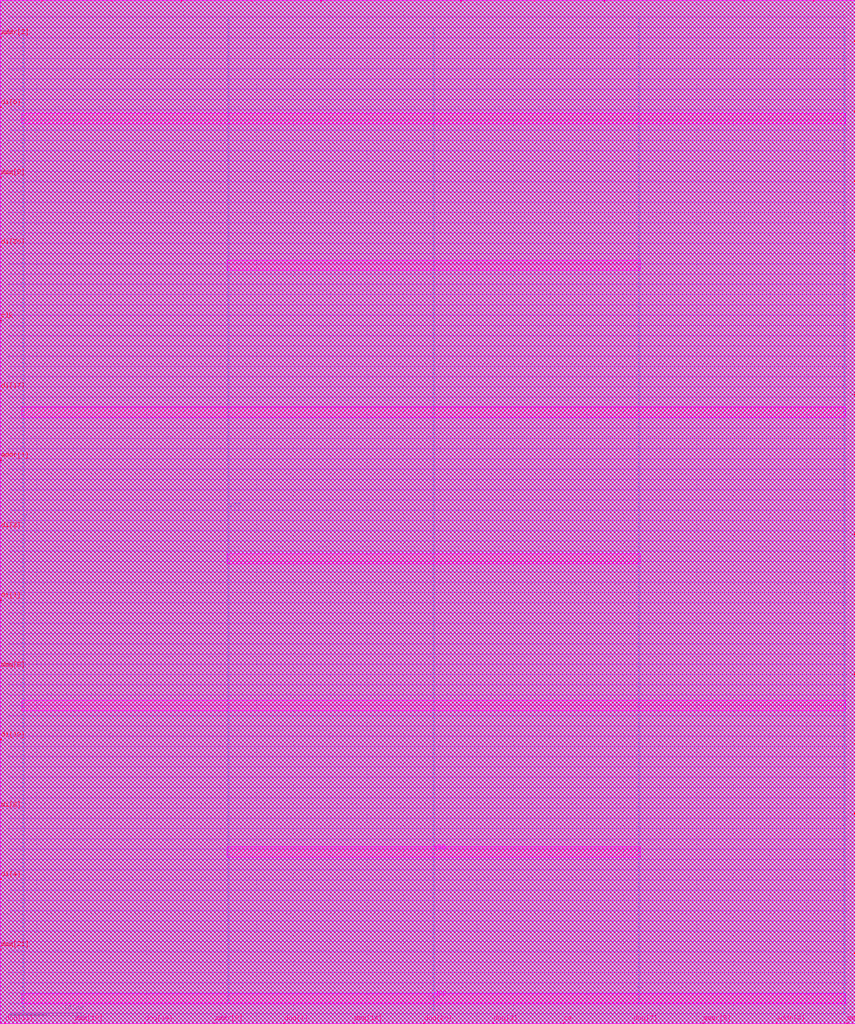
<source format=lef>
VERSION 5.8 ;
BUSBITCHARS "[]" ;
DIVIDERCHAR "/" ;
UNITS
    DATABASE MICRONS 2000 ;
END UNITS
MACRO or1200_spram3
  FOREIGN or1200_spram3 0 0 ;
  CLASS BLOCK ;
  SIZE 116.625 BY 139.55 ;
  PIN VSS
    USE GROUND ;
    DIRECTION INOUT ;
    PORT
      LAYER metal7 ;
        RECT  2.94 122.7 115.34 124.1 ;
        RECT  2.94 82.7 115.34 84.1 ;
        RECT  2.94 42.7 115.34 44.1 ;
        RECT  2.94 2.7 115.34 4.1 ;
      LAYER metal4 ;
        RECT  115.04 1.33 115.24 135.87 ;
        RECT  59.04 1.33 59.24 135.87 ;
        RECT  3.04 1.33 3.24 135.87 ;
      LAYER metal1 ;
        RECT  1.14 135.75 115.52 135.85 ;
        RECT  1.14 132.95 115.52 133.05 ;
        RECT  1.14 130.15 115.52 130.25 ;
        RECT  1.14 127.35 115.52 127.45 ;
        RECT  1.14 124.55 115.52 124.65 ;
        RECT  1.14 121.75 115.52 121.85 ;
        RECT  1.14 118.95 115.52 119.05 ;
        RECT  1.14 116.15 115.52 116.25 ;
        RECT  1.14 113.35 115.52 113.45 ;
        RECT  1.14 110.55 115.52 110.65 ;
        RECT  1.14 107.75 115.52 107.85 ;
        RECT  1.14 104.95 115.52 105.05 ;
        RECT  1.14 102.15 115.52 102.25 ;
        RECT  1.14 99.35 115.52 99.45 ;
        RECT  1.14 96.55 115.52 96.65 ;
        RECT  1.14 93.75 115.52 93.85 ;
        RECT  1.14 90.95 115.52 91.05 ;
        RECT  1.14 88.15 115.52 88.25 ;
        RECT  1.14 85.35 115.52 85.45 ;
        RECT  1.14 82.55 115.52 82.65 ;
        RECT  1.14 79.75 115.52 79.85 ;
        RECT  1.14 76.95 115.52 77.05 ;
        RECT  1.14 74.15 115.52 74.25 ;
        RECT  1.14 71.35 115.52 71.45 ;
        RECT  1.14 68.55 115.52 68.65 ;
        RECT  1.14 65.75 115.52 65.85 ;
        RECT  1.14 62.95 115.52 63.05 ;
        RECT  1.14 60.15 115.52 60.25 ;
        RECT  1.14 57.35 115.52 57.45 ;
        RECT  1.14 54.55 115.52 54.65 ;
        RECT  1.14 51.75 115.52 51.85 ;
        RECT  1.14 48.95 115.52 49.05 ;
        RECT  1.14 46.15 115.52 46.25 ;
        RECT  1.14 43.35 115.52 43.45 ;
        RECT  1.14 40.55 115.52 40.65 ;
        RECT  1.14 37.75 115.52 37.85 ;
        RECT  1.14 34.95 115.52 35.05 ;
        RECT  1.14 32.15 115.52 32.25 ;
        RECT  1.14 29.35 115.52 29.45 ;
        RECT  1.14 26.55 115.52 26.65 ;
        RECT  1.14 23.75 115.52 23.85 ;
        RECT  1.14 20.95 115.52 21.05 ;
        RECT  1.14 18.15 115.52 18.25 ;
        RECT  1.14 15.35 115.52 15.45 ;
        RECT  1.14 12.55 115.52 12.65 ;
        RECT  1.14 9.75 115.52 9.85 ;
        RECT  1.14 6.95 115.52 7.05 ;
        RECT  1.14 4.15 115.52 4.25 ;
        RECT  1.14 1.35 115.52 1.45 ;
      VIA 115.14 123.4 via6_7_400_2800_4_1_600_600 ;
      VIA 115.14 123.4 via5_6_400_2800_5_1_600_600 ;
      VIA 115.14 123.4 via4_5_400_2800_5_1_600_600 ;
      VIA 115.14 83.4 via6_7_400_2800_4_1_600_600 ;
      VIA 115.14 83.4 via5_6_400_2800_5_1_600_600 ;
      VIA 115.14 83.4 via4_5_400_2800_5_1_600_600 ;
      VIA 115.14 43.4 via6_7_400_2800_4_1_600_600 ;
      VIA 115.14 43.4 via5_6_400_2800_5_1_600_600 ;
      VIA 115.14 43.4 via4_5_400_2800_5_1_600_600 ;
      VIA 115.14 3.4 via6_7_400_2800_4_1_600_600 ;
      VIA 115.14 3.4 via5_6_400_2800_5_1_600_600 ;
      VIA 115.14 3.4 via4_5_400_2800_5_1_600_600 ;
      VIA 59.14 123.4 via6_7_400_2800_4_1_600_600 ;
      VIA 59.14 123.4 via5_6_400_2800_5_1_600_600 ;
      VIA 59.14 123.4 via4_5_400_2800_5_1_600_600 ;
      VIA 59.14 83.4 via6_7_400_2800_4_1_600_600 ;
      VIA 59.14 83.4 via5_6_400_2800_5_1_600_600 ;
      VIA 59.14 83.4 via4_5_400_2800_5_1_600_600 ;
      VIA 59.14 43.4 via6_7_400_2800_4_1_600_600 ;
      VIA 59.14 43.4 via5_6_400_2800_5_1_600_600 ;
      VIA 59.14 43.4 via4_5_400_2800_5_1_600_600 ;
      VIA 59.14 3.4 via6_7_400_2800_4_1_600_600 ;
      VIA 59.14 3.4 via5_6_400_2800_5_1_600_600 ;
      VIA 59.14 3.4 via4_5_400_2800_5_1_600_600 ;
      VIA 3.14 123.4 via6_7_400_2800_4_1_600_600 ;
      VIA 3.14 123.4 via5_6_400_2800_5_1_600_600 ;
      VIA 3.14 123.4 via4_5_400_2800_5_1_600_600 ;
      VIA 3.14 83.4 via6_7_400_2800_4_1_600_600 ;
      VIA 3.14 83.4 via5_6_400_2800_5_1_600_600 ;
      VIA 3.14 83.4 via4_5_400_2800_5_1_600_600 ;
      VIA 3.14 43.4 via6_7_400_2800_4_1_600_600 ;
      VIA 3.14 43.4 via5_6_400_2800_5_1_600_600 ;
      VIA 3.14 43.4 via4_5_400_2800_5_1_600_600 ;
      VIA 3.14 3.4 via6_7_400_2800_4_1_600_600 ;
      VIA 3.14 3.4 via5_6_400_2800_5_1_600_600 ;
      VIA 3.14 3.4 via4_5_400_2800_5_1_600_600 ;
      VIA 115.14 135.8 via3_4_400_200_1_1_320_320 ;
      VIA 115.14 135.8 via2_3_400_200_1_1_320_320 ;
      VIA 115.14 135.8 via1_2_400_200_1_1_300_300 ;
      VIA 115.14 133 via3_4_400_200_1_1_320_320 ;
      VIA 115.14 133 via2_3_400_200_1_1_320_320 ;
      VIA 115.14 133 via1_2_400_200_1_1_300_300 ;
      VIA 115.14 130.2 via3_4_400_200_1_1_320_320 ;
      VIA 115.14 130.2 via2_3_400_200_1_1_320_320 ;
      VIA 115.14 130.2 via1_2_400_200_1_1_300_300 ;
      VIA 115.14 127.4 via3_4_400_200_1_1_320_320 ;
      VIA 115.14 127.4 via2_3_400_200_1_1_320_320 ;
      VIA 115.14 127.4 via1_2_400_200_1_1_300_300 ;
      VIA 115.14 124.6 via3_4_400_200_1_1_320_320 ;
      VIA 115.14 124.6 via2_3_400_200_1_1_320_320 ;
      VIA 115.14 124.6 via1_2_400_200_1_1_300_300 ;
      VIA 115.14 121.8 via3_4_400_200_1_1_320_320 ;
      VIA 115.14 121.8 via2_3_400_200_1_1_320_320 ;
      VIA 115.14 121.8 via1_2_400_200_1_1_300_300 ;
      VIA 115.14 119 via3_4_400_200_1_1_320_320 ;
      VIA 115.14 119 via2_3_400_200_1_1_320_320 ;
      VIA 115.14 119 via1_2_400_200_1_1_300_300 ;
      VIA 115.14 116.2 via3_4_400_200_1_1_320_320 ;
      VIA 115.14 116.2 via2_3_400_200_1_1_320_320 ;
      VIA 115.14 116.2 via1_2_400_200_1_1_300_300 ;
      VIA 115.14 113.4 via3_4_400_200_1_1_320_320 ;
      VIA 115.14 113.4 via2_3_400_200_1_1_320_320 ;
      VIA 115.14 113.4 via1_2_400_200_1_1_300_300 ;
      VIA 115.14 110.6 via3_4_400_200_1_1_320_320 ;
      VIA 115.14 110.6 via2_3_400_200_1_1_320_320 ;
      VIA 115.14 110.6 via1_2_400_200_1_1_300_300 ;
      VIA 115.14 107.8 via3_4_400_200_1_1_320_320 ;
      VIA 115.14 107.8 via2_3_400_200_1_1_320_320 ;
      VIA 115.14 107.8 via1_2_400_200_1_1_300_300 ;
      VIA 115.14 105 via3_4_400_200_1_1_320_320 ;
      VIA 115.14 105 via2_3_400_200_1_1_320_320 ;
      VIA 115.14 105 via1_2_400_200_1_1_300_300 ;
      VIA 115.14 102.2 via3_4_400_200_1_1_320_320 ;
      VIA 115.14 102.2 via2_3_400_200_1_1_320_320 ;
      VIA 115.14 102.2 via1_2_400_200_1_1_300_300 ;
      VIA 115.14 99.4 via3_4_400_200_1_1_320_320 ;
      VIA 115.14 99.4 via2_3_400_200_1_1_320_320 ;
      VIA 115.14 99.4 via1_2_400_200_1_1_300_300 ;
      VIA 115.14 96.6 via3_4_400_200_1_1_320_320 ;
      VIA 115.14 96.6 via2_3_400_200_1_1_320_320 ;
      VIA 115.14 96.6 via1_2_400_200_1_1_300_300 ;
      VIA 115.14 93.8 via3_4_400_200_1_1_320_320 ;
      VIA 115.14 93.8 via2_3_400_200_1_1_320_320 ;
      VIA 115.14 93.8 via1_2_400_200_1_1_300_300 ;
      VIA 115.14 91 via3_4_400_200_1_1_320_320 ;
      VIA 115.14 91 via2_3_400_200_1_1_320_320 ;
      VIA 115.14 91 via1_2_400_200_1_1_300_300 ;
      VIA 115.14 88.2 via3_4_400_200_1_1_320_320 ;
      VIA 115.14 88.2 via2_3_400_200_1_1_320_320 ;
      VIA 115.14 88.2 via1_2_400_200_1_1_300_300 ;
      VIA 115.14 85.4 via3_4_400_200_1_1_320_320 ;
      VIA 115.14 85.4 via2_3_400_200_1_1_320_320 ;
      VIA 115.14 85.4 via1_2_400_200_1_1_300_300 ;
      VIA 115.14 82.6 via3_4_400_200_1_1_320_320 ;
      VIA 115.14 82.6 via2_3_400_200_1_1_320_320 ;
      VIA 115.14 82.6 via1_2_400_200_1_1_300_300 ;
      VIA 115.14 79.8 via3_4_400_200_1_1_320_320 ;
      VIA 115.14 79.8 via2_3_400_200_1_1_320_320 ;
      VIA 115.14 79.8 via1_2_400_200_1_1_300_300 ;
      VIA 115.14 77 via3_4_400_200_1_1_320_320 ;
      VIA 115.14 77 via2_3_400_200_1_1_320_320 ;
      VIA 115.14 77 via1_2_400_200_1_1_300_300 ;
      VIA 115.14 74.2 via3_4_400_200_1_1_320_320 ;
      VIA 115.14 74.2 via2_3_400_200_1_1_320_320 ;
      VIA 115.14 74.2 via1_2_400_200_1_1_300_300 ;
      VIA 115.14 71.4 via3_4_400_200_1_1_320_320 ;
      VIA 115.14 71.4 via2_3_400_200_1_1_320_320 ;
      VIA 115.14 71.4 via1_2_400_200_1_1_300_300 ;
      VIA 115.14 68.6 via3_4_400_200_1_1_320_320 ;
      VIA 115.14 68.6 via2_3_400_200_1_1_320_320 ;
      VIA 115.14 68.6 via1_2_400_200_1_1_300_300 ;
      VIA 115.14 65.8 via3_4_400_200_1_1_320_320 ;
      VIA 115.14 65.8 via2_3_400_200_1_1_320_320 ;
      VIA 115.14 65.8 via1_2_400_200_1_1_300_300 ;
      VIA 115.14 63 via3_4_400_200_1_1_320_320 ;
      VIA 115.14 63 via2_3_400_200_1_1_320_320 ;
      VIA 115.14 63 via1_2_400_200_1_1_300_300 ;
      VIA 115.14 60.2 via3_4_400_200_1_1_320_320 ;
      VIA 115.14 60.2 via2_3_400_200_1_1_320_320 ;
      VIA 115.14 60.2 via1_2_400_200_1_1_300_300 ;
      VIA 115.14 57.4 via3_4_400_200_1_1_320_320 ;
      VIA 115.14 57.4 via2_3_400_200_1_1_320_320 ;
      VIA 115.14 57.4 via1_2_400_200_1_1_300_300 ;
      VIA 115.14 54.6 via3_4_400_200_1_1_320_320 ;
      VIA 115.14 54.6 via2_3_400_200_1_1_320_320 ;
      VIA 115.14 54.6 via1_2_400_200_1_1_300_300 ;
      VIA 115.14 51.8 via3_4_400_200_1_1_320_320 ;
      VIA 115.14 51.8 via2_3_400_200_1_1_320_320 ;
      VIA 115.14 51.8 via1_2_400_200_1_1_300_300 ;
      VIA 115.14 49 via3_4_400_200_1_1_320_320 ;
      VIA 115.14 49 via2_3_400_200_1_1_320_320 ;
      VIA 115.14 49 via1_2_400_200_1_1_300_300 ;
      VIA 115.14 46.2 via3_4_400_200_1_1_320_320 ;
      VIA 115.14 46.2 via2_3_400_200_1_1_320_320 ;
      VIA 115.14 46.2 via1_2_400_200_1_1_300_300 ;
      VIA 115.14 43.4 via3_4_400_200_1_1_320_320 ;
      VIA 115.14 43.4 via2_3_400_200_1_1_320_320 ;
      VIA 115.14 43.4 via1_2_400_200_1_1_300_300 ;
      VIA 115.14 40.6 via3_4_400_200_1_1_320_320 ;
      VIA 115.14 40.6 via2_3_400_200_1_1_320_320 ;
      VIA 115.14 40.6 via1_2_400_200_1_1_300_300 ;
      VIA 115.14 37.8 via3_4_400_200_1_1_320_320 ;
      VIA 115.14 37.8 via2_3_400_200_1_1_320_320 ;
      VIA 115.14 37.8 via1_2_400_200_1_1_300_300 ;
      VIA 115.14 35 via3_4_400_200_1_1_320_320 ;
      VIA 115.14 35 via2_3_400_200_1_1_320_320 ;
      VIA 115.14 35 via1_2_400_200_1_1_300_300 ;
      VIA 115.14 32.2 via3_4_400_200_1_1_320_320 ;
      VIA 115.14 32.2 via2_3_400_200_1_1_320_320 ;
      VIA 115.14 32.2 via1_2_400_200_1_1_300_300 ;
      VIA 115.14 29.4 via3_4_400_200_1_1_320_320 ;
      VIA 115.14 29.4 via2_3_400_200_1_1_320_320 ;
      VIA 115.14 29.4 via1_2_400_200_1_1_300_300 ;
      VIA 115.14 26.6 via3_4_400_200_1_1_320_320 ;
      VIA 115.14 26.6 via2_3_400_200_1_1_320_320 ;
      VIA 115.14 26.6 via1_2_400_200_1_1_300_300 ;
      VIA 115.14 23.8 via3_4_400_200_1_1_320_320 ;
      VIA 115.14 23.8 via2_3_400_200_1_1_320_320 ;
      VIA 115.14 23.8 via1_2_400_200_1_1_300_300 ;
      VIA 115.14 21 via3_4_400_200_1_1_320_320 ;
      VIA 115.14 21 via2_3_400_200_1_1_320_320 ;
      VIA 115.14 21 via1_2_400_200_1_1_300_300 ;
      VIA 115.14 18.2 via3_4_400_200_1_1_320_320 ;
      VIA 115.14 18.2 via2_3_400_200_1_1_320_320 ;
      VIA 115.14 18.2 via1_2_400_200_1_1_300_300 ;
      VIA 115.14 15.4 via3_4_400_200_1_1_320_320 ;
      VIA 115.14 15.4 via2_3_400_200_1_1_320_320 ;
      VIA 115.14 15.4 via1_2_400_200_1_1_300_300 ;
      VIA 115.14 12.6 via3_4_400_200_1_1_320_320 ;
      VIA 115.14 12.6 via2_3_400_200_1_1_320_320 ;
      VIA 115.14 12.6 via1_2_400_200_1_1_300_300 ;
      VIA 115.14 9.8 via3_4_400_200_1_1_320_320 ;
      VIA 115.14 9.8 via2_3_400_200_1_1_320_320 ;
      VIA 115.14 9.8 via1_2_400_200_1_1_300_300 ;
      VIA 115.14 7 via3_4_400_200_1_1_320_320 ;
      VIA 115.14 7 via2_3_400_200_1_1_320_320 ;
      VIA 115.14 7 via1_2_400_200_1_1_300_300 ;
      VIA 115.14 4.2 via3_4_400_200_1_1_320_320 ;
      VIA 115.14 4.2 via2_3_400_200_1_1_320_320 ;
      VIA 115.14 4.2 via1_2_400_200_1_1_300_300 ;
      VIA 115.14 1.4 via3_4_400_200_1_1_320_320 ;
      VIA 115.14 1.4 via2_3_400_200_1_1_320_320 ;
      VIA 115.14 1.4 via1_2_400_200_1_1_300_300 ;
      VIA 59.14 135.8 via3_4_400_200_1_1_320_320 ;
      VIA 59.14 135.8 via2_3_400_200_1_1_320_320 ;
      VIA 59.14 135.8 via1_2_400_200_1_1_300_300 ;
      VIA 59.14 133 via3_4_400_200_1_1_320_320 ;
      VIA 59.14 133 via2_3_400_200_1_1_320_320 ;
      VIA 59.14 133 via1_2_400_200_1_1_300_300 ;
      VIA 59.14 130.2 via3_4_400_200_1_1_320_320 ;
      VIA 59.14 130.2 via2_3_400_200_1_1_320_320 ;
      VIA 59.14 130.2 via1_2_400_200_1_1_300_300 ;
      VIA 59.14 127.4 via3_4_400_200_1_1_320_320 ;
      VIA 59.14 127.4 via2_3_400_200_1_1_320_320 ;
      VIA 59.14 127.4 via1_2_400_200_1_1_300_300 ;
      VIA 59.14 124.6 via3_4_400_200_1_1_320_320 ;
      VIA 59.14 124.6 via2_3_400_200_1_1_320_320 ;
      VIA 59.14 124.6 via1_2_400_200_1_1_300_300 ;
      VIA 59.14 121.8 via3_4_400_200_1_1_320_320 ;
      VIA 59.14 121.8 via2_3_400_200_1_1_320_320 ;
      VIA 59.14 121.8 via1_2_400_200_1_1_300_300 ;
      VIA 59.14 119 via3_4_400_200_1_1_320_320 ;
      VIA 59.14 119 via2_3_400_200_1_1_320_320 ;
      VIA 59.14 119 via1_2_400_200_1_1_300_300 ;
      VIA 59.14 116.2 via3_4_400_200_1_1_320_320 ;
      VIA 59.14 116.2 via2_3_400_200_1_1_320_320 ;
      VIA 59.14 116.2 via1_2_400_200_1_1_300_300 ;
      VIA 59.14 113.4 via3_4_400_200_1_1_320_320 ;
      VIA 59.14 113.4 via2_3_400_200_1_1_320_320 ;
      VIA 59.14 113.4 via1_2_400_200_1_1_300_300 ;
      VIA 59.14 110.6 via3_4_400_200_1_1_320_320 ;
      VIA 59.14 110.6 via2_3_400_200_1_1_320_320 ;
      VIA 59.14 110.6 via1_2_400_200_1_1_300_300 ;
      VIA 59.14 107.8 via3_4_400_200_1_1_320_320 ;
      VIA 59.14 107.8 via2_3_400_200_1_1_320_320 ;
      VIA 59.14 107.8 via1_2_400_200_1_1_300_300 ;
      VIA 59.14 105 via3_4_400_200_1_1_320_320 ;
      VIA 59.14 105 via2_3_400_200_1_1_320_320 ;
      VIA 59.14 105 via1_2_400_200_1_1_300_300 ;
      VIA 59.14 102.2 via3_4_400_200_1_1_320_320 ;
      VIA 59.14 102.2 via2_3_400_200_1_1_320_320 ;
      VIA 59.14 102.2 via1_2_400_200_1_1_300_300 ;
      VIA 59.14 99.4 via3_4_400_200_1_1_320_320 ;
      VIA 59.14 99.4 via2_3_400_200_1_1_320_320 ;
      VIA 59.14 99.4 via1_2_400_200_1_1_300_300 ;
      VIA 59.14 96.6 via3_4_400_200_1_1_320_320 ;
      VIA 59.14 96.6 via2_3_400_200_1_1_320_320 ;
      VIA 59.14 96.6 via1_2_400_200_1_1_300_300 ;
      VIA 59.14 93.8 via3_4_400_200_1_1_320_320 ;
      VIA 59.14 93.8 via2_3_400_200_1_1_320_320 ;
      VIA 59.14 93.8 via1_2_400_200_1_1_300_300 ;
      VIA 59.14 91 via3_4_400_200_1_1_320_320 ;
      VIA 59.14 91 via2_3_400_200_1_1_320_320 ;
      VIA 59.14 91 via1_2_400_200_1_1_300_300 ;
      VIA 59.14 88.2 via3_4_400_200_1_1_320_320 ;
      VIA 59.14 88.2 via2_3_400_200_1_1_320_320 ;
      VIA 59.14 88.2 via1_2_400_200_1_1_300_300 ;
      VIA 59.14 85.4 via3_4_400_200_1_1_320_320 ;
      VIA 59.14 85.4 via2_3_400_200_1_1_320_320 ;
      VIA 59.14 85.4 via1_2_400_200_1_1_300_300 ;
      VIA 59.14 82.6 via3_4_400_200_1_1_320_320 ;
      VIA 59.14 82.6 via2_3_400_200_1_1_320_320 ;
      VIA 59.14 82.6 via1_2_400_200_1_1_300_300 ;
      VIA 59.14 79.8 via3_4_400_200_1_1_320_320 ;
      VIA 59.14 79.8 via2_3_400_200_1_1_320_320 ;
      VIA 59.14 79.8 via1_2_400_200_1_1_300_300 ;
      VIA 59.14 77 via3_4_400_200_1_1_320_320 ;
      VIA 59.14 77 via2_3_400_200_1_1_320_320 ;
      VIA 59.14 77 via1_2_400_200_1_1_300_300 ;
      VIA 59.14 74.2 via3_4_400_200_1_1_320_320 ;
      VIA 59.14 74.2 via2_3_400_200_1_1_320_320 ;
      VIA 59.14 74.2 via1_2_400_200_1_1_300_300 ;
      VIA 59.14 71.4 via3_4_400_200_1_1_320_320 ;
      VIA 59.14 71.4 via2_3_400_200_1_1_320_320 ;
      VIA 59.14 71.4 via1_2_400_200_1_1_300_300 ;
      VIA 59.14 68.6 via3_4_400_200_1_1_320_320 ;
      VIA 59.14 68.6 via2_3_400_200_1_1_320_320 ;
      VIA 59.14 68.6 via1_2_400_200_1_1_300_300 ;
      VIA 59.14 65.8 via3_4_400_200_1_1_320_320 ;
      VIA 59.14 65.8 via2_3_400_200_1_1_320_320 ;
      VIA 59.14 65.8 via1_2_400_200_1_1_300_300 ;
      VIA 59.14 63 via3_4_400_200_1_1_320_320 ;
      VIA 59.14 63 via2_3_400_200_1_1_320_320 ;
      VIA 59.14 63 via1_2_400_200_1_1_300_300 ;
      VIA 59.14 60.2 via3_4_400_200_1_1_320_320 ;
      VIA 59.14 60.2 via2_3_400_200_1_1_320_320 ;
      VIA 59.14 60.2 via1_2_400_200_1_1_300_300 ;
      VIA 59.14 57.4 via3_4_400_200_1_1_320_320 ;
      VIA 59.14 57.4 via2_3_400_200_1_1_320_320 ;
      VIA 59.14 57.4 via1_2_400_200_1_1_300_300 ;
      VIA 59.14 54.6 via3_4_400_200_1_1_320_320 ;
      VIA 59.14 54.6 via2_3_400_200_1_1_320_320 ;
      VIA 59.14 54.6 via1_2_400_200_1_1_300_300 ;
      VIA 59.14 51.8 via3_4_400_200_1_1_320_320 ;
      VIA 59.14 51.8 via2_3_400_200_1_1_320_320 ;
      VIA 59.14 51.8 via1_2_400_200_1_1_300_300 ;
      VIA 59.14 49 via3_4_400_200_1_1_320_320 ;
      VIA 59.14 49 via2_3_400_200_1_1_320_320 ;
      VIA 59.14 49 via1_2_400_200_1_1_300_300 ;
      VIA 59.14 46.2 via3_4_400_200_1_1_320_320 ;
      VIA 59.14 46.2 via2_3_400_200_1_1_320_320 ;
      VIA 59.14 46.2 via1_2_400_200_1_1_300_300 ;
      VIA 59.14 43.4 via3_4_400_200_1_1_320_320 ;
      VIA 59.14 43.4 via2_3_400_200_1_1_320_320 ;
      VIA 59.14 43.4 via1_2_400_200_1_1_300_300 ;
      VIA 59.14 40.6 via3_4_400_200_1_1_320_320 ;
      VIA 59.14 40.6 via2_3_400_200_1_1_320_320 ;
      VIA 59.14 40.6 via1_2_400_200_1_1_300_300 ;
      VIA 59.14 37.8 via3_4_400_200_1_1_320_320 ;
      VIA 59.14 37.8 via2_3_400_200_1_1_320_320 ;
      VIA 59.14 37.8 via1_2_400_200_1_1_300_300 ;
      VIA 59.14 35 via3_4_400_200_1_1_320_320 ;
      VIA 59.14 35 via2_3_400_200_1_1_320_320 ;
      VIA 59.14 35 via1_2_400_200_1_1_300_300 ;
      VIA 59.14 32.2 via3_4_400_200_1_1_320_320 ;
      VIA 59.14 32.2 via2_3_400_200_1_1_320_320 ;
      VIA 59.14 32.2 via1_2_400_200_1_1_300_300 ;
      VIA 59.14 29.4 via3_4_400_200_1_1_320_320 ;
      VIA 59.14 29.4 via2_3_400_200_1_1_320_320 ;
      VIA 59.14 29.4 via1_2_400_200_1_1_300_300 ;
      VIA 59.14 26.6 via3_4_400_200_1_1_320_320 ;
      VIA 59.14 26.6 via2_3_400_200_1_1_320_320 ;
      VIA 59.14 26.6 via1_2_400_200_1_1_300_300 ;
      VIA 59.14 23.8 via3_4_400_200_1_1_320_320 ;
      VIA 59.14 23.8 via2_3_400_200_1_1_320_320 ;
      VIA 59.14 23.8 via1_2_400_200_1_1_300_300 ;
      VIA 59.14 21 via3_4_400_200_1_1_320_320 ;
      VIA 59.14 21 via2_3_400_200_1_1_320_320 ;
      VIA 59.14 21 via1_2_400_200_1_1_300_300 ;
      VIA 59.14 18.2 via3_4_400_200_1_1_320_320 ;
      VIA 59.14 18.2 via2_3_400_200_1_1_320_320 ;
      VIA 59.14 18.2 via1_2_400_200_1_1_300_300 ;
      VIA 59.14 15.4 via3_4_400_200_1_1_320_320 ;
      VIA 59.14 15.4 via2_3_400_200_1_1_320_320 ;
      VIA 59.14 15.4 via1_2_400_200_1_1_300_300 ;
      VIA 59.14 12.6 via3_4_400_200_1_1_320_320 ;
      VIA 59.14 12.6 via2_3_400_200_1_1_320_320 ;
      VIA 59.14 12.6 via1_2_400_200_1_1_300_300 ;
      VIA 59.14 9.8 via3_4_400_200_1_1_320_320 ;
      VIA 59.14 9.8 via2_3_400_200_1_1_320_320 ;
      VIA 59.14 9.8 via1_2_400_200_1_1_300_300 ;
      VIA 59.14 7 via3_4_400_200_1_1_320_320 ;
      VIA 59.14 7 via2_3_400_200_1_1_320_320 ;
      VIA 59.14 7 via1_2_400_200_1_1_300_300 ;
      VIA 59.14 4.2 via3_4_400_200_1_1_320_320 ;
      VIA 59.14 4.2 via2_3_400_200_1_1_320_320 ;
      VIA 59.14 4.2 via1_2_400_200_1_1_300_300 ;
      VIA 59.14 1.4 via3_4_400_200_1_1_320_320 ;
      VIA 59.14 1.4 via2_3_400_200_1_1_320_320 ;
      VIA 59.14 1.4 via1_2_400_200_1_1_300_300 ;
      VIA 3.14 135.8 via3_4_400_200_1_1_320_320 ;
      VIA 3.14 135.8 via2_3_400_200_1_1_320_320 ;
      VIA 3.14 135.8 via1_2_400_200_1_1_300_300 ;
      VIA 3.14 133 via3_4_400_200_1_1_320_320 ;
      VIA 3.14 133 via2_3_400_200_1_1_320_320 ;
      VIA 3.14 133 via1_2_400_200_1_1_300_300 ;
      VIA 3.14 130.2 via3_4_400_200_1_1_320_320 ;
      VIA 3.14 130.2 via2_3_400_200_1_1_320_320 ;
      VIA 3.14 130.2 via1_2_400_200_1_1_300_300 ;
      VIA 3.14 127.4 via3_4_400_200_1_1_320_320 ;
      VIA 3.14 127.4 via2_3_400_200_1_1_320_320 ;
      VIA 3.14 127.4 via1_2_400_200_1_1_300_300 ;
      VIA 3.14 124.6 via3_4_400_200_1_1_320_320 ;
      VIA 3.14 124.6 via2_3_400_200_1_1_320_320 ;
      VIA 3.14 124.6 via1_2_400_200_1_1_300_300 ;
      VIA 3.14 121.8 via3_4_400_200_1_1_320_320 ;
      VIA 3.14 121.8 via2_3_400_200_1_1_320_320 ;
      VIA 3.14 121.8 via1_2_400_200_1_1_300_300 ;
      VIA 3.14 119 via3_4_400_200_1_1_320_320 ;
      VIA 3.14 119 via2_3_400_200_1_1_320_320 ;
      VIA 3.14 119 via1_2_400_200_1_1_300_300 ;
      VIA 3.14 116.2 via3_4_400_200_1_1_320_320 ;
      VIA 3.14 116.2 via2_3_400_200_1_1_320_320 ;
      VIA 3.14 116.2 via1_2_400_200_1_1_300_300 ;
      VIA 3.14 113.4 via3_4_400_200_1_1_320_320 ;
      VIA 3.14 113.4 via2_3_400_200_1_1_320_320 ;
      VIA 3.14 113.4 via1_2_400_200_1_1_300_300 ;
      VIA 3.14 110.6 via3_4_400_200_1_1_320_320 ;
      VIA 3.14 110.6 via2_3_400_200_1_1_320_320 ;
      VIA 3.14 110.6 via1_2_400_200_1_1_300_300 ;
      VIA 3.14 107.8 via3_4_400_200_1_1_320_320 ;
      VIA 3.14 107.8 via2_3_400_200_1_1_320_320 ;
      VIA 3.14 107.8 via1_2_400_200_1_1_300_300 ;
      VIA 3.14 105 via3_4_400_200_1_1_320_320 ;
      VIA 3.14 105 via2_3_400_200_1_1_320_320 ;
      VIA 3.14 105 via1_2_400_200_1_1_300_300 ;
      VIA 3.14 102.2 via3_4_400_200_1_1_320_320 ;
      VIA 3.14 102.2 via2_3_400_200_1_1_320_320 ;
      VIA 3.14 102.2 via1_2_400_200_1_1_300_300 ;
      VIA 3.14 99.4 via3_4_400_200_1_1_320_320 ;
      VIA 3.14 99.4 via2_3_400_200_1_1_320_320 ;
      VIA 3.14 99.4 via1_2_400_200_1_1_300_300 ;
      VIA 3.14 96.6 via3_4_400_200_1_1_320_320 ;
      VIA 3.14 96.6 via2_3_400_200_1_1_320_320 ;
      VIA 3.14 96.6 via1_2_400_200_1_1_300_300 ;
      VIA 3.14 93.8 via3_4_400_200_1_1_320_320 ;
      VIA 3.14 93.8 via2_3_400_200_1_1_320_320 ;
      VIA 3.14 93.8 via1_2_400_200_1_1_300_300 ;
      VIA 3.14 91 via3_4_400_200_1_1_320_320 ;
      VIA 3.14 91 via2_3_400_200_1_1_320_320 ;
      VIA 3.14 91 via1_2_400_200_1_1_300_300 ;
      VIA 3.14 88.2 via3_4_400_200_1_1_320_320 ;
      VIA 3.14 88.2 via2_3_400_200_1_1_320_320 ;
      VIA 3.14 88.2 via1_2_400_200_1_1_300_300 ;
      VIA 3.14 85.4 via3_4_400_200_1_1_320_320 ;
      VIA 3.14 85.4 via2_3_400_200_1_1_320_320 ;
      VIA 3.14 85.4 via1_2_400_200_1_1_300_300 ;
      VIA 3.14 82.6 via3_4_400_200_1_1_320_320 ;
      VIA 3.14 82.6 via2_3_400_200_1_1_320_320 ;
      VIA 3.14 82.6 via1_2_400_200_1_1_300_300 ;
      VIA 3.14 79.8 via3_4_400_200_1_1_320_320 ;
      VIA 3.14 79.8 via2_3_400_200_1_1_320_320 ;
      VIA 3.14 79.8 via1_2_400_200_1_1_300_300 ;
      VIA 3.14 77 via3_4_400_200_1_1_320_320 ;
      VIA 3.14 77 via2_3_400_200_1_1_320_320 ;
      VIA 3.14 77 via1_2_400_200_1_1_300_300 ;
      VIA 3.14 74.2 via3_4_400_200_1_1_320_320 ;
      VIA 3.14 74.2 via2_3_400_200_1_1_320_320 ;
      VIA 3.14 74.2 via1_2_400_200_1_1_300_300 ;
      VIA 3.14 71.4 via3_4_400_200_1_1_320_320 ;
      VIA 3.14 71.4 via2_3_400_200_1_1_320_320 ;
      VIA 3.14 71.4 via1_2_400_200_1_1_300_300 ;
      VIA 3.14 68.6 via3_4_400_200_1_1_320_320 ;
      VIA 3.14 68.6 via2_3_400_200_1_1_320_320 ;
      VIA 3.14 68.6 via1_2_400_200_1_1_300_300 ;
      VIA 3.14 65.8 via3_4_400_200_1_1_320_320 ;
      VIA 3.14 65.8 via2_3_400_200_1_1_320_320 ;
      VIA 3.14 65.8 via1_2_400_200_1_1_300_300 ;
      VIA 3.14 63 via3_4_400_200_1_1_320_320 ;
      VIA 3.14 63 via2_3_400_200_1_1_320_320 ;
      VIA 3.14 63 via1_2_400_200_1_1_300_300 ;
      VIA 3.14 60.2 via3_4_400_200_1_1_320_320 ;
      VIA 3.14 60.2 via2_3_400_200_1_1_320_320 ;
      VIA 3.14 60.2 via1_2_400_200_1_1_300_300 ;
      VIA 3.14 57.4 via3_4_400_200_1_1_320_320 ;
      VIA 3.14 57.4 via2_3_400_200_1_1_320_320 ;
      VIA 3.14 57.4 via1_2_400_200_1_1_300_300 ;
      VIA 3.14 54.6 via3_4_400_200_1_1_320_320 ;
      VIA 3.14 54.6 via2_3_400_200_1_1_320_320 ;
      VIA 3.14 54.6 via1_2_400_200_1_1_300_300 ;
      VIA 3.14 51.8 via3_4_400_200_1_1_320_320 ;
      VIA 3.14 51.8 via2_3_400_200_1_1_320_320 ;
      VIA 3.14 51.8 via1_2_400_200_1_1_300_300 ;
      VIA 3.14 49 via3_4_400_200_1_1_320_320 ;
      VIA 3.14 49 via2_3_400_200_1_1_320_320 ;
      VIA 3.14 49 via1_2_400_200_1_1_300_300 ;
      VIA 3.14 46.2 via3_4_400_200_1_1_320_320 ;
      VIA 3.14 46.2 via2_3_400_200_1_1_320_320 ;
      VIA 3.14 46.2 via1_2_400_200_1_1_300_300 ;
      VIA 3.14 43.4 via3_4_400_200_1_1_320_320 ;
      VIA 3.14 43.4 via2_3_400_200_1_1_320_320 ;
      VIA 3.14 43.4 via1_2_400_200_1_1_300_300 ;
      VIA 3.14 40.6 via3_4_400_200_1_1_320_320 ;
      VIA 3.14 40.6 via2_3_400_200_1_1_320_320 ;
      VIA 3.14 40.6 via1_2_400_200_1_1_300_300 ;
      VIA 3.14 37.8 via3_4_400_200_1_1_320_320 ;
      VIA 3.14 37.8 via2_3_400_200_1_1_320_320 ;
      VIA 3.14 37.8 via1_2_400_200_1_1_300_300 ;
      VIA 3.14 35 via3_4_400_200_1_1_320_320 ;
      VIA 3.14 35 via2_3_400_200_1_1_320_320 ;
      VIA 3.14 35 via1_2_400_200_1_1_300_300 ;
      VIA 3.14 32.2 via3_4_400_200_1_1_320_320 ;
      VIA 3.14 32.2 via2_3_400_200_1_1_320_320 ;
      VIA 3.14 32.2 via1_2_400_200_1_1_300_300 ;
      VIA 3.14 29.4 via3_4_400_200_1_1_320_320 ;
      VIA 3.14 29.4 via2_3_400_200_1_1_320_320 ;
      VIA 3.14 29.4 via1_2_400_200_1_1_300_300 ;
      VIA 3.14 26.6 via3_4_400_200_1_1_320_320 ;
      VIA 3.14 26.6 via2_3_400_200_1_1_320_320 ;
      VIA 3.14 26.6 via1_2_400_200_1_1_300_300 ;
      VIA 3.14 23.8 via3_4_400_200_1_1_320_320 ;
      VIA 3.14 23.8 via2_3_400_200_1_1_320_320 ;
      VIA 3.14 23.8 via1_2_400_200_1_1_300_300 ;
      VIA 3.14 21 via3_4_400_200_1_1_320_320 ;
      VIA 3.14 21 via2_3_400_200_1_1_320_320 ;
      VIA 3.14 21 via1_2_400_200_1_1_300_300 ;
      VIA 3.14 18.2 via3_4_400_200_1_1_320_320 ;
      VIA 3.14 18.2 via2_3_400_200_1_1_320_320 ;
      VIA 3.14 18.2 via1_2_400_200_1_1_300_300 ;
      VIA 3.14 15.4 via3_4_400_200_1_1_320_320 ;
      VIA 3.14 15.4 via2_3_400_200_1_1_320_320 ;
      VIA 3.14 15.4 via1_2_400_200_1_1_300_300 ;
      VIA 3.14 12.6 via3_4_400_200_1_1_320_320 ;
      VIA 3.14 12.6 via2_3_400_200_1_1_320_320 ;
      VIA 3.14 12.6 via1_2_400_200_1_1_300_300 ;
      VIA 3.14 9.8 via3_4_400_200_1_1_320_320 ;
      VIA 3.14 9.8 via2_3_400_200_1_1_320_320 ;
      VIA 3.14 9.8 via1_2_400_200_1_1_300_300 ;
      VIA 3.14 7 via3_4_400_200_1_1_320_320 ;
      VIA 3.14 7 via2_3_400_200_1_1_320_320 ;
      VIA 3.14 7 via1_2_400_200_1_1_300_300 ;
      VIA 3.14 4.2 via3_4_400_200_1_1_320_320 ;
      VIA 3.14 4.2 via2_3_400_200_1_1_320_320 ;
      VIA 3.14 4.2 via1_2_400_200_1_1_300_300 ;
      VIA 3.14 1.4 via3_4_400_200_1_1_320_320 ;
      VIA 3.14 1.4 via2_3_400_200_1_1_320_320 ;
      VIA 3.14 1.4 via1_2_400_200_1_1_300_300 ;
    END
  END VSS
  PIN VDD
    USE POWER ;
    DIRECTION INOUT ;
    PORT
      LAYER metal7 ;
        RECT  30.94 102.7 87.34 104.1 ;
        RECT  30.94 62.7 87.34 64.1 ;
        RECT  30.94 22.7 87.34 24.1 ;
      LAYER metal4 ;
        RECT  87.04 2.73 87.24 137.27 ;
        RECT  31.04 2.73 31.24 137.27 ;
      LAYER metal1 ;
        RECT  1.14 137.15 115.52 137.25 ;
        RECT  1.14 134.35 115.52 134.45 ;
        RECT  1.14 131.55 115.52 131.65 ;
        RECT  1.14 128.75 115.52 128.85 ;
        RECT  1.14 125.95 115.52 126.05 ;
        RECT  1.14 123.15 115.52 123.25 ;
        RECT  1.14 120.35 115.52 120.45 ;
        RECT  1.14 117.55 115.52 117.65 ;
        RECT  1.14 114.75 115.52 114.85 ;
        RECT  1.14 111.95 115.52 112.05 ;
        RECT  1.14 109.15 115.52 109.25 ;
        RECT  1.14 106.35 115.52 106.45 ;
        RECT  1.14 103.55 115.52 103.65 ;
        RECT  1.14 100.75 115.52 100.85 ;
        RECT  1.14 97.95 115.52 98.05 ;
        RECT  1.14 95.15 115.52 95.25 ;
        RECT  1.14 92.35 115.52 92.45 ;
        RECT  1.14 89.55 115.52 89.65 ;
        RECT  1.14 86.75 115.52 86.85 ;
        RECT  1.14 83.95 115.52 84.05 ;
        RECT  1.14 81.15 115.52 81.25 ;
        RECT  1.14 78.35 115.52 78.45 ;
        RECT  1.14 75.55 115.52 75.65 ;
        RECT  1.14 72.75 115.52 72.85 ;
        RECT  1.14 69.95 115.52 70.05 ;
        RECT  1.14 67.15 115.52 67.25 ;
        RECT  1.14 64.35 115.52 64.45 ;
        RECT  1.14 61.55 115.52 61.65 ;
        RECT  1.14 58.75 115.52 58.85 ;
        RECT  1.14 55.95 115.52 56.05 ;
        RECT  1.14 53.15 115.52 53.25 ;
        RECT  1.14 50.35 115.52 50.45 ;
        RECT  1.14 47.55 115.52 47.65 ;
        RECT  1.14 44.75 115.52 44.85 ;
        RECT  1.14 41.95 115.52 42.05 ;
        RECT  1.14 39.15 115.52 39.25 ;
        RECT  1.14 36.35 115.52 36.45 ;
        RECT  1.14 33.55 115.52 33.65 ;
        RECT  1.14 30.75 115.52 30.85 ;
        RECT  1.14 27.95 115.52 28.05 ;
        RECT  1.14 25.15 115.52 25.25 ;
        RECT  1.14 22.35 115.52 22.45 ;
        RECT  1.14 19.55 115.52 19.65 ;
        RECT  1.14 16.75 115.52 16.85 ;
        RECT  1.14 13.95 115.52 14.05 ;
        RECT  1.14 11.15 115.52 11.25 ;
        RECT  1.14 8.35 115.52 8.45 ;
        RECT  1.14 5.55 115.52 5.65 ;
        RECT  1.14 2.75 115.52 2.85 ;
      VIA 87.14 103.4 via6_7_400_2800_4_1_600_600 ;
      VIA 87.14 103.4 via5_6_400_2800_5_1_600_600 ;
      VIA 87.14 103.4 via4_5_400_2800_5_1_600_600 ;
      VIA 87.14 63.4 via6_7_400_2800_4_1_600_600 ;
      VIA 87.14 63.4 via5_6_400_2800_5_1_600_600 ;
      VIA 87.14 63.4 via4_5_400_2800_5_1_600_600 ;
      VIA 87.14 23.4 via6_7_400_2800_4_1_600_600 ;
      VIA 87.14 23.4 via5_6_400_2800_5_1_600_600 ;
      VIA 87.14 23.4 via4_5_400_2800_5_1_600_600 ;
      VIA 31.14 103.4 via6_7_400_2800_4_1_600_600 ;
      VIA 31.14 103.4 via5_6_400_2800_5_1_600_600 ;
      VIA 31.14 103.4 via4_5_400_2800_5_1_600_600 ;
      VIA 31.14 63.4 via6_7_400_2800_4_1_600_600 ;
      VIA 31.14 63.4 via5_6_400_2800_5_1_600_600 ;
      VIA 31.14 63.4 via4_5_400_2800_5_1_600_600 ;
      VIA 31.14 23.4 via6_7_400_2800_4_1_600_600 ;
      VIA 31.14 23.4 via5_6_400_2800_5_1_600_600 ;
      VIA 31.14 23.4 via4_5_400_2800_5_1_600_600 ;
      VIA 87.14 137.2 via3_4_400_200_1_1_320_320 ;
      VIA 87.14 137.2 via2_3_400_200_1_1_320_320 ;
      VIA 87.14 137.2 via1_2_400_200_1_1_300_300 ;
      VIA 87.14 134.4 via3_4_400_200_1_1_320_320 ;
      VIA 87.14 134.4 via2_3_400_200_1_1_320_320 ;
      VIA 87.14 134.4 via1_2_400_200_1_1_300_300 ;
      VIA 87.14 131.6 via3_4_400_200_1_1_320_320 ;
      VIA 87.14 131.6 via2_3_400_200_1_1_320_320 ;
      VIA 87.14 131.6 via1_2_400_200_1_1_300_300 ;
      VIA 87.14 128.8 via3_4_400_200_1_1_320_320 ;
      VIA 87.14 128.8 via2_3_400_200_1_1_320_320 ;
      VIA 87.14 128.8 via1_2_400_200_1_1_300_300 ;
      VIA 87.14 126 via3_4_400_200_1_1_320_320 ;
      VIA 87.14 126 via2_3_400_200_1_1_320_320 ;
      VIA 87.14 126 via1_2_400_200_1_1_300_300 ;
      VIA 87.14 123.2 via3_4_400_200_1_1_320_320 ;
      VIA 87.14 123.2 via2_3_400_200_1_1_320_320 ;
      VIA 87.14 123.2 via1_2_400_200_1_1_300_300 ;
      VIA 87.14 120.4 via3_4_400_200_1_1_320_320 ;
      VIA 87.14 120.4 via2_3_400_200_1_1_320_320 ;
      VIA 87.14 120.4 via1_2_400_200_1_1_300_300 ;
      VIA 87.14 117.6 via3_4_400_200_1_1_320_320 ;
      VIA 87.14 117.6 via2_3_400_200_1_1_320_320 ;
      VIA 87.14 117.6 via1_2_400_200_1_1_300_300 ;
      VIA 87.14 114.8 via3_4_400_200_1_1_320_320 ;
      VIA 87.14 114.8 via2_3_400_200_1_1_320_320 ;
      VIA 87.14 114.8 via1_2_400_200_1_1_300_300 ;
      VIA 87.14 112 via3_4_400_200_1_1_320_320 ;
      VIA 87.14 112 via2_3_400_200_1_1_320_320 ;
      VIA 87.14 112 via1_2_400_200_1_1_300_300 ;
      VIA 87.14 109.2 via3_4_400_200_1_1_320_320 ;
      VIA 87.14 109.2 via2_3_400_200_1_1_320_320 ;
      VIA 87.14 109.2 via1_2_400_200_1_1_300_300 ;
      VIA 87.14 106.4 via3_4_400_200_1_1_320_320 ;
      VIA 87.14 106.4 via2_3_400_200_1_1_320_320 ;
      VIA 87.14 106.4 via1_2_400_200_1_1_300_300 ;
      VIA 87.14 103.6 via3_4_400_200_1_1_320_320 ;
      VIA 87.14 103.6 via2_3_400_200_1_1_320_320 ;
      VIA 87.14 103.6 via1_2_400_200_1_1_300_300 ;
      VIA 87.14 100.8 via3_4_400_200_1_1_320_320 ;
      VIA 87.14 100.8 via2_3_400_200_1_1_320_320 ;
      VIA 87.14 100.8 via1_2_400_200_1_1_300_300 ;
      VIA 87.14 98 via3_4_400_200_1_1_320_320 ;
      VIA 87.14 98 via2_3_400_200_1_1_320_320 ;
      VIA 87.14 98 via1_2_400_200_1_1_300_300 ;
      VIA 87.14 95.2 via3_4_400_200_1_1_320_320 ;
      VIA 87.14 95.2 via2_3_400_200_1_1_320_320 ;
      VIA 87.14 95.2 via1_2_400_200_1_1_300_300 ;
      VIA 87.14 92.4 via3_4_400_200_1_1_320_320 ;
      VIA 87.14 92.4 via2_3_400_200_1_1_320_320 ;
      VIA 87.14 92.4 via1_2_400_200_1_1_300_300 ;
      VIA 87.14 89.6 via3_4_400_200_1_1_320_320 ;
      VIA 87.14 89.6 via2_3_400_200_1_1_320_320 ;
      VIA 87.14 89.6 via1_2_400_200_1_1_300_300 ;
      VIA 87.14 86.8 via3_4_400_200_1_1_320_320 ;
      VIA 87.14 86.8 via2_3_400_200_1_1_320_320 ;
      VIA 87.14 86.8 via1_2_400_200_1_1_300_300 ;
      VIA 87.14 84 via3_4_400_200_1_1_320_320 ;
      VIA 87.14 84 via2_3_400_200_1_1_320_320 ;
      VIA 87.14 84 via1_2_400_200_1_1_300_300 ;
      VIA 87.14 81.2 via3_4_400_200_1_1_320_320 ;
      VIA 87.14 81.2 via2_3_400_200_1_1_320_320 ;
      VIA 87.14 81.2 via1_2_400_200_1_1_300_300 ;
      VIA 87.14 78.4 via3_4_400_200_1_1_320_320 ;
      VIA 87.14 78.4 via2_3_400_200_1_1_320_320 ;
      VIA 87.14 78.4 via1_2_400_200_1_1_300_300 ;
      VIA 87.14 75.6 via3_4_400_200_1_1_320_320 ;
      VIA 87.14 75.6 via2_3_400_200_1_1_320_320 ;
      VIA 87.14 75.6 via1_2_400_200_1_1_300_300 ;
      VIA 87.14 72.8 via3_4_400_200_1_1_320_320 ;
      VIA 87.14 72.8 via2_3_400_200_1_1_320_320 ;
      VIA 87.14 72.8 via1_2_400_200_1_1_300_300 ;
      VIA 87.14 70 via3_4_400_200_1_1_320_320 ;
      VIA 87.14 70 via2_3_400_200_1_1_320_320 ;
      VIA 87.14 70 via1_2_400_200_1_1_300_300 ;
      VIA 87.14 67.2 via3_4_400_200_1_1_320_320 ;
      VIA 87.14 67.2 via2_3_400_200_1_1_320_320 ;
      VIA 87.14 67.2 via1_2_400_200_1_1_300_300 ;
      VIA 87.14 64.4 via3_4_400_200_1_1_320_320 ;
      VIA 87.14 64.4 via2_3_400_200_1_1_320_320 ;
      VIA 87.14 64.4 via1_2_400_200_1_1_300_300 ;
      VIA 87.14 61.6 via3_4_400_200_1_1_320_320 ;
      VIA 87.14 61.6 via2_3_400_200_1_1_320_320 ;
      VIA 87.14 61.6 via1_2_400_200_1_1_300_300 ;
      VIA 87.14 58.8 via3_4_400_200_1_1_320_320 ;
      VIA 87.14 58.8 via2_3_400_200_1_1_320_320 ;
      VIA 87.14 58.8 via1_2_400_200_1_1_300_300 ;
      VIA 87.14 56 via3_4_400_200_1_1_320_320 ;
      VIA 87.14 56 via2_3_400_200_1_1_320_320 ;
      VIA 87.14 56 via1_2_400_200_1_1_300_300 ;
      VIA 87.14 53.2 via3_4_400_200_1_1_320_320 ;
      VIA 87.14 53.2 via2_3_400_200_1_1_320_320 ;
      VIA 87.14 53.2 via1_2_400_200_1_1_300_300 ;
      VIA 87.14 50.4 via3_4_400_200_1_1_320_320 ;
      VIA 87.14 50.4 via2_3_400_200_1_1_320_320 ;
      VIA 87.14 50.4 via1_2_400_200_1_1_300_300 ;
      VIA 87.14 47.6 via3_4_400_200_1_1_320_320 ;
      VIA 87.14 47.6 via2_3_400_200_1_1_320_320 ;
      VIA 87.14 47.6 via1_2_400_200_1_1_300_300 ;
      VIA 87.14 44.8 via3_4_400_200_1_1_320_320 ;
      VIA 87.14 44.8 via2_3_400_200_1_1_320_320 ;
      VIA 87.14 44.8 via1_2_400_200_1_1_300_300 ;
      VIA 87.14 42 via3_4_400_200_1_1_320_320 ;
      VIA 87.14 42 via2_3_400_200_1_1_320_320 ;
      VIA 87.14 42 via1_2_400_200_1_1_300_300 ;
      VIA 87.14 39.2 via3_4_400_200_1_1_320_320 ;
      VIA 87.14 39.2 via2_3_400_200_1_1_320_320 ;
      VIA 87.14 39.2 via1_2_400_200_1_1_300_300 ;
      VIA 87.14 36.4 via3_4_400_200_1_1_320_320 ;
      VIA 87.14 36.4 via2_3_400_200_1_1_320_320 ;
      VIA 87.14 36.4 via1_2_400_200_1_1_300_300 ;
      VIA 87.14 33.6 via3_4_400_200_1_1_320_320 ;
      VIA 87.14 33.6 via2_3_400_200_1_1_320_320 ;
      VIA 87.14 33.6 via1_2_400_200_1_1_300_300 ;
      VIA 87.14 30.8 via3_4_400_200_1_1_320_320 ;
      VIA 87.14 30.8 via2_3_400_200_1_1_320_320 ;
      VIA 87.14 30.8 via1_2_400_200_1_1_300_300 ;
      VIA 87.14 28 via3_4_400_200_1_1_320_320 ;
      VIA 87.14 28 via2_3_400_200_1_1_320_320 ;
      VIA 87.14 28 via1_2_400_200_1_1_300_300 ;
      VIA 87.14 25.2 via3_4_400_200_1_1_320_320 ;
      VIA 87.14 25.2 via2_3_400_200_1_1_320_320 ;
      VIA 87.14 25.2 via1_2_400_200_1_1_300_300 ;
      VIA 87.14 22.4 via3_4_400_200_1_1_320_320 ;
      VIA 87.14 22.4 via2_3_400_200_1_1_320_320 ;
      VIA 87.14 22.4 via1_2_400_200_1_1_300_300 ;
      VIA 87.14 19.6 via3_4_400_200_1_1_320_320 ;
      VIA 87.14 19.6 via2_3_400_200_1_1_320_320 ;
      VIA 87.14 19.6 via1_2_400_200_1_1_300_300 ;
      VIA 87.14 16.8 via3_4_400_200_1_1_320_320 ;
      VIA 87.14 16.8 via2_3_400_200_1_1_320_320 ;
      VIA 87.14 16.8 via1_2_400_200_1_1_300_300 ;
      VIA 87.14 14 via3_4_400_200_1_1_320_320 ;
      VIA 87.14 14 via2_3_400_200_1_1_320_320 ;
      VIA 87.14 14 via1_2_400_200_1_1_300_300 ;
      VIA 87.14 11.2 via3_4_400_200_1_1_320_320 ;
      VIA 87.14 11.2 via2_3_400_200_1_1_320_320 ;
      VIA 87.14 11.2 via1_2_400_200_1_1_300_300 ;
      VIA 87.14 8.4 via3_4_400_200_1_1_320_320 ;
      VIA 87.14 8.4 via2_3_400_200_1_1_320_320 ;
      VIA 87.14 8.4 via1_2_400_200_1_1_300_300 ;
      VIA 87.14 5.6 via3_4_400_200_1_1_320_320 ;
      VIA 87.14 5.6 via2_3_400_200_1_1_320_320 ;
      VIA 87.14 5.6 via1_2_400_200_1_1_300_300 ;
      VIA 87.14 2.8 via3_4_400_200_1_1_320_320 ;
      VIA 87.14 2.8 via2_3_400_200_1_1_320_320 ;
      VIA 87.14 2.8 via1_2_400_200_1_1_300_300 ;
      VIA 31.14 137.2 via3_4_400_200_1_1_320_320 ;
      VIA 31.14 137.2 via2_3_400_200_1_1_320_320 ;
      VIA 31.14 137.2 via1_2_400_200_1_1_300_300 ;
      VIA 31.14 134.4 via3_4_400_200_1_1_320_320 ;
      VIA 31.14 134.4 via2_3_400_200_1_1_320_320 ;
      VIA 31.14 134.4 via1_2_400_200_1_1_300_300 ;
      VIA 31.14 131.6 via3_4_400_200_1_1_320_320 ;
      VIA 31.14 131.6 via2_3_400_200_1_1_320_320 ;
      VIA 31.14 131.6 via1_2_400_200_1_1_300_300 ;
      VIA 31.14 128.8 via3_4_400_200_1_1_320_320 ;
      VIA 31.14 128.8 via2_3_400_200_1_1_320_320 ;
      VIA 31.14 128.8 via1_2_400_200_1_1_300_300 ;
      VIA 31.14 126 via3_4_400_200_1_1_320_320 ;
      VIA 31.14 126 via2_3_400_200_1_1_320_320 ;
      VIA 31.14 126 via1_2_400_200_1_1_300_300 ;
      VIA 31.14 123.2 via3_4_400_200_1_1_320_320 ;
      VIA 31.14 123.2 via2_3_400_200_1_1_320_320 ;
      VIA 31.14 123.2 via1_2_400_200_1_1_300_300 ;
      VIA 31.14 120.4 via3_4_400_200_1_1_320_320 ;
      VIA 31.14 120.4 via2_3_400_200_1_1_320_320 ;
      VIA 31.14 120.4 via1_2_400_200_1_1_300_300 ;
      VIA 31.14 117.6 via3_4_400_200_1_1_320_320 ;
      VIA 31.14 117.6 via2_3_400_200_1_1_320_320 ;
      VIA 31.14 117.6 via1_2_400_200_1_1_300_300 ;
      VIA 31.14 114.8 via3_4_400_200_1_1_320_320 ;
      VIA 31.14 114.8 via2_3_400_200_1_1_320_320 ;
      VIA 31.14 114.8 via1_2_400_200_1_1_300_300 ;
      VIA 31.14 112 via3_4_400_200_1_1_320_320 ;
      VIA 31.14 112 via2_3_400_200_1_1_320_320 ;
      VIA 31.14 112 via1_2_400_200_1_1_300_300 ;
      VIA 31.14 109.2 via3_4_400_200_1_1_320_320 ;
      VIA 31.14 109.2 via2_3_400_200_1_1_320_320 ;
      VIA 31.14 109.2 via1_2_400_200_1_1_300_300 ;
      VIA 31.14 106.4 via3_4_400_200_1_1_320_320 ;
      VIA 31.14 106.4 via2_3_400_200_1_1_320_320 ;
      VIA 31.14 106.4 via1_2_400_200_1_1_300_300 ;
      VIA 31.14 103.6 via3_4_400_200_1_1_320_320 ;
      VIA 31.14 103.6 via2_3_400_200_1_1_320_320 ;
      VIA 31.14 103.6 via1_2_400_200_1_1_300_300 ;
      VIA 31.14 100.8 via3_4_400_200_1_1_320_320 ;
      VIA 31.14 100.8 via2_3_400_200_1_1_320_320 ;
      VIA 31.14 100.8 via1_2_400_200_1_1_300_300 ;
      VIA 31.14 98 via3_4_400_200_1_1_320_320 ;
      VIA 31.14 98 via2_3_400_200_1_1_320_320 ;
      VIA 31.14 98 via1_2_400_200_1_1_300_300 ;
      VIA 31.14 95.2 via3_4_400_200_1_1_320_320 ;
      VIA 31.14 95.2 via2_3_400_200_1_1_320_320 ;
      VIA 31.14 95.2 via1_2_400_200_1_1_300_300 ;
      VIA 31.14 92.4 via3_4_400_200_1_1_320_320 ;
      VIA 31.14 92.4 via2_3_400_200_1_1_320_320 ;
      VIA 31.14 92.4 via1_2_400_200_1_1_300_300 ;
      VIA 31.14 89.6 via3_4_400_200_1_1_320_320 ;
      VIA 31.14 89.6 via2_3_400_200_1_1_320_320 ;
      VIA 31.14 89.6 via1_2_400_200_1_1_300_300 ;
      VIA 31.14 86.8 via3_4_400_200_1_1_320_320 ;
      VIA 31.14 86.8 via2_3_400_200_1_1_320_320 ;
      VIA 31.14 86.8 via1_2_400_200_1_1_300_300 ;
      VIA 31.14 84 via3_4_400_200_1_1_320_320 ;
      VIA 31.14 84 via2_3_400_200_1_1_320_320 ;
      VIA 31.14 84 via1_2_400_200_1_1_300_300 ;
      VIA 31.14 81.2 via3_4_400_200_1_1_320_320 ;
      VIA 31.14 81.2 via2_3_400_200_1_1_320_320 ;
      VIA 31.14 81.2 via1_2_400_200_1_1_300_300 ;
      VIA 31.14 78.4 via3_4_400_200_1_1_320_320 ;
      VIA 31.14 78.4 via2_3_400_200_1_1_320_320 ;
      VIA 31.14 78.4 via1_2_400_200_1_1_300_300 ;
      VIA 31.14 75.6 via3_4_400_200_1_1_320_320 ;
      VIA 31.14 75.6 via2_3_400_200_1_1_320_320 ;
      VIA 31.14 75.6 via1_2_400_200_1_1_300_300 ;
      VIA 31.14 72.8 via3_4_400_200_1_1_320_320 ;
      VIA 31.14 72.8 via2_3_400_200_1_1_320_320 ;
      VIA 31.14 72.8 via1_2_400_200_1_1_300_300 ;
      VIA 31.14 70 via3_4_400_200_1_1_320_320 ;
      VIA 31.14 70 via2_3_400_200_1_1_320_320 ;
      VIA 31.14 70 via1_2_400_200_1_1_300_300 ;
      VIA 31.14 67.2 via3_4_400_200_1_1_320_320 ;
      VIA 31.14 67.2 via2_3_400_200_1_1_320_320 ;
      VIA 31.14 67.2 via1_2_400_200_1_1_300_300 ;
      VIA 31.14 64.4 via3_4_400_200_1_1_320_320 ;
      VIA 31.14 64.4 via2_3_400_200_1_1_320_320 ;
      VIA 31.14 64.4 via1_2_400_200_1_1_300_300 ;
      VIA 31.14 61.6 via3_4_400_200_1_1_320_320 ;
      VIA 31.14 61.6 via2_3_400_200_1_1_320_320 ;
      VIA 31.14 61.6 via1_2_400_200_1_1_300_300 ;
      VIA 31.14 58.8 via3_4_400_200_1_1_320_320 ;
      VIA 31.14 58.8 via2_3_400_200_1_1_320_320 ;
      VIA 31.14 58.8 via1_2_400_200_1_1_300_300 ;
      VIA 31.14 56 via3_4_400_200_1_1_320_320 ;
      VIA 31.14 56 via2_3_400_200_1_1_320_320 ;
      VIA 31.14 56 via1_2_400_200_1_1_300_300 ;
      VIA 31.14 53.2 via3_4_400_200_1_1_320_320 ;
      VIA 31.14 53.2 via2_3_400_200_1_1_320_320 ;
      VIA 31.14 53.2 via1_2_400_200_1_1_300_300 ;
      VIA 31.14 50.4 via3_4_400_200_1_1_320_320 ;
      VIA 31.14 50.4 via2_3_400_200_1_1_320_320 ;
      VIA 31.14 50.4 via1_2_400_200_1_1_300_300 ;
      VIA 31.14 47.6 via3_4_400_200_1_1_320_320 ;
      VIA 31.14 47.6 via2_3_400_200_1_1_320_320 ;
      VIA 31.14 47.6 via1_2_400_200_1_1_300_300 ;
      VIA 31.14 44.8 via3_4_400_200_1_1_320_320 ;
      VIA 31.14 44.8 via2_3_400_200_1_1_320_320 ;
      VIA 31.14 44.8 via1_2_400_200_1_1_300_300 ;
      VIA 31.14 42 via3_4_400_200_1_1_320_320 ;
      VIA 31.14 42 via2_3_400_200_1_1_320_320 ;
      VIA 31.14 42 via1_2_400_200_1_1_300_300 ;
      VIA 31.14 39.2 via3_4_400_200_1_1_320_320 ;
      VIA 31.14 39.2 via2_3_400_200_1_1_320_320 ;
      VIA 31.14 39.2 via1_2_400_200_1_1_300_300 ;
      VIA 31.14 36.4 via3_4_400_200_1_1_320_320 ;
      VIA 31.14 36.4 via2_3_400_200_1_1_320_320 ;
      VIA 31.14 36.4 via1_2_400_200_1_1_300_300 ;
      VIA 31.14 33.6 via3_4_400_200_1_1_320_320 ;
      VIA 31.14 33.6 via2_3_400_200_1_1_320_320 ;
      VIA 31.14 33.6 via1_2_400_200_1_1_300_300 ;
      VIA 31.14 30.8 via3_4_400_200_1_1_320_320 ;
      VIA 31.14 30.8 via2_3_400_200_1_1_320_320 ;
      VIA 31.14 30.8 via1_2_400_200_1_1_300_300 ;
      VIA 31.14 28 via3_4_400_200_1_1_320_320 ;
      VIA 31.14 28 via2_3_400_200_1_1_320_320 ;
      VIA 31.14 28 via1_2_400_200_1_1_300_300 ;
      VIA 31.14 25.2 via3_4_400_200_1_1_320_320 ;
      VIA 31.14 25.2 via2_3_400_200_1_1_320_320 ;
      VIA 31.14 25.2 via1_2_400_200_1_1_300_300 ;
      VIA 31.14 22.4 via3_4_400_200_1_1_320_320 ;
      VIA 31.14 22.4 via2_3_400_200_1_1_320_320 ;
      VIA 31.14 22.4 via1_2_400_200_1_1_300_300 ;
      VIA 31.14 19.6 via3_4_400_200_1_1_320_320 ;
      VIA 31.14 19.6 via2_3_400_200_1_1_320_320 ;
      VIA 31.14 19.6 via1_2_400_200_1_1_300_300 ;
      VIA 31.14 16.8 via3_4_400_200_1_1_320_320 ;
      VIA 31.14 16.8 via2_3_400_200_1_1_320_320 ;
      VIA 31.14 16.8 via1_2_400_200_1_1_300_300 ;
      VIA 31.14 14 via3_4_400_200_1_1_320_320 ;
      VIA 31.14 14 via2_3_400_200_1_1_320_320 ;
      VIA 31.14 14 via1_2_400_200_1_1_300_300 ;
      VIA 31.14 11.2 via3_4_400_200_1_1_320_320 ;
      VIA 31.14 11.2 via2_3_400_200_1_1_320_320 ;
      VIA 31.14 11.2 via1_2_400_200_1_1_300_300 ;
      VIA 31.14 8.4 via3_4_400_200_1_1_320_320 ;
      VIA 31.14 8.4 via2_3_400_200_1_1_320_320 ;
      VIA 31.14 8.4 via1_2_400_200_1_1_300_300 ;
      VIA 31.14 5.6 via3_4_400_200_1_1_320_320 ;
      VIA 31.14 5.6 via2_3_400_200_1_1_320_320 ;
      VIA 31.14 5.6 via1_2_400_200_1_1_300_300 ;
      VIA 31.14 2.8 via3_4_400_200_1_1_320_320 ;
      VIA 31.14 2.8 via2_3_400_200_1_1_320_320 ;
      VIA 31.14 2.8 via1_2_400_200_1_1_300_300 ;
    END
  END VDD
  PIN addr[0]
    DIRECTION INPUT ;
    USE SIGNAL ;
    PORT
      LAYER metal6 ;
        RECT  29.145 0 29.285 0.14 ;
    END
  END addr[0]
  PIN addr[1]
    DIRECTION INPUT ;
    USE SIGNAL ;
    PORT
      LAYER metal5 ;
        RECT  0 76.72 0.14 76.86 ;
    END
  END addr[1]
  PIN addr[2]
    DIRECTION INPUT ;
    USE SIGNAL ;
    PORT
      LAYER metal6 ;
        RECT  105.865 0 106.005 0.14 ;
    END
  END addr[2]
  PIN addr[3]
    DIRECTION INPUT ;
    USE SIGNAL ;
    PORT
      LAYER metal5 ;
        RECT  0 134.4 0.14 134.54 ;
    END
  END addr[3]
  PIN addr[4]
    DIRECTION INPUT ;
    USE SIGNAL ;
    PORT
      LAYER metal5 ;
        RECT  116.485 76.16 116.625 76.3 ;
    END
  END addr[4]
  PIN addr[5]
    DIRECTION INPUT ;
    USE SIGNAL ;
    PORT
      LAYER metal6 ;
        RECT  95.785 0 95.925 0.14 ;
    END
  END addr[5]
  PIN ce
    DIRECTION INPUT ;
    USE SIGNAL ;
    PORT
      LAYER metal6 ;
        RECT  76.745 0 76.885 0.14 ;
    END
  END ce
  PIN clk
    DIRECTION INPUT ;
    USE SIGNAL ;
    PORT
      LAYER metal5 ;
        RECT  0 95.76 0.14 95.9 ;
    END
  END clk
  PIN di[0]
    DIRECTION INPUT ;
    USE SIGNAL ;
    PORT
      LAYER metal5 ;
        RECT  0 124.88 0.14 125.02 ;
    END
  END di[0]
  PIN di[10]
    DIRECTION INPUT ;
    USE SIGNAL ;
    PORT
      LAYER metal5 ;
        RECT  116.485 28.56 116.625 28.7 ;
    END
  END di[10]
  PIN di[11]
    DIRECTION INPUT ;
    USE SIGNAL ;
    PORT
      LAYER metal6 ;
        RECT  72.825 139.41 72.965 139.55 ;
    END
  END di[11]
  PIN di[12]
    DIRECTION INPUT ;
    USE SIGNAL ;
    PORT
      LAYER metal5 ;
        RECT  116.485 19.04 116.625 19.18 ;
    END
  END di[12]
  PIN di[13]
    DIRECTION INPUT ;
    USE SIGNAL ;
    PORT
      LAYER metal6 ;
        RECT  91.865 139.41 92.005 139.55 ;
    END
  END di[13]
  PIN di[14]
    DIRECTION INPUT ;
    USE SIGNAL ;
    PORT
      LAYER metal5 ;
        RECT  116.485 38.08 116.625 38.22 ;
    END
  END di[14]
  PIN di[15]
    DIRECTION INPUT ;
    USE SIGNAL ;
    PORT
      LAYER metal6 ;
        RECT  5.625 139.41 5.765 139.55 ;
    END
  END di[15]
  PIN di[16]
    DIRECTION INPUT ;
    USE SIGNAL ;
    PORT
      LAYER metal5 ;
        RECT  116.485 47.6 116.625 47.74 ;
    END
  END di[16]
  PIN di[17]
    DIRECTION INPUT ;
    USE SIGNAL ;
    PORT
      LAYER metal5 ;
        RECT  0 86.24 0.14 86.38 ;
    END
  END di[17]
  PIN di[18]
    DIRECTION INPUT ;
    USE SIGNAL ;
    PORT
      LAYER metal5 ;
        RECT  116.485 124.32 116.625 124.46 ;
    END
  END di[18]
  PIN di[19]
    DIRECTION INPUT ;
    USE SIGNAL ;
    PORT
      LAYER metal5 ;
        RECT  0 38.64 0.14 38.78 ;
    END
  END di[19]
  PIN di[1]
    DIRECTION INPUT ;
    USE SIGNAL ;
    PORT
      LAYER metal5 ;
        RECT  0 57.68 0.14 57.82 ;
    END
  END di[1]
  PIN di[20]
    DIRECTION INPUT ;
    USE SIGNAL ;
    PORT
      LAYER metal5 ;
        RECT  0 105.84 0.14 105.98 ;
    END
  END di[20]
  PIN di[21]
    DIRECTION INPUT ;
    USE SIGNAL ;
    PORT
      LAYER metal5 ;
        RECT  116.485 9.52 116.625 9.66 ;
    END
  END di[21]
  PIN di[2]
    DIRECTION INPUT ;
    USE SIGNAL ;
    PORT
      LAYER metal5 ;
        RECT  0 67.2 0.14 67.34 ;
    END
  END di[2]
  PIN di[3]
    DIRECTION INPUT ;
    USE SIGNAL ;
    PORT
      LAYER metal5 ;
        RECT  116.485 105.28 116.625 105.42 ;
    END
  END di[3]
  PIN di[4]
    DIRECTION INPUT ;
    USE SIGNAL ;
    PORT
      LAYER metal5 ;
        RECT  0 19.6 0.14 19.74 ;
    END
  END di[4]
  PIN di[5]
    DIRECTION INPUT ;
    USE SIGNAL ;
    PORT
      LAYER metal6 ;
        RECT  62.745 139.41 62.885 139.55 ;
    END
  END di[5]
  PIN di[6]
    DIRECTION INPUT ;
    USE SIGNAL ;
    PORT
      LAYER metal5 ;
        RECT  0 29.12 0.14 29.26 ;
    END
  END di[6]
  PIN di[7]
    DIRECTION INPUT ;
    USE SIGNAL ;
    PORT
      LAYER metal5 ;
        RECT  116.485 133.84 116.625 133.98 ;
    END
  END di[7]
  PIN di[8]
    DIRECTION INPUT ;
    USE SIGNAL ;
    PORT
      LAYER metal6 ;
        RECT  43.705 139.41 43.845 139.55 ;
    END
  END di[8]
  PIN di[9]
    DIRECTION INPUT ;
    USE SIGNAL ;
    PORT
      LAYER metal5 ;
        RECT  116.485 85.68 116.625 85.82 ;
    END
  END di[9]
  PIN doq[0]
    DIRECTION OUTPUT ;
    USE SIGNAL ;
    PORT
      LAYER metal6 ;
        RECT  82.345 139.41 82.485 139.55 ;
    END
  END doq[0]
  PIN doq[10]
    DIRECTION OUTPUT ;
    USE SIGNAL ;
    PORT
      LAYER metal6 ;
        RECT  10.105 0 10.245 0.14 ;
    END
  END doq[10]
  PIN doq[11]
    DIRECTION OUTPUT ;
    USE SIGNAL ;
    PORT
      LAYER metal6 ;
        RECT  0.585 0 0.725 0.14 ;
    END
  END doq[11]
  PIN doq[12]
    DIRECTION OUTPUT ;
    USE SIGNAL ;
    PORT
      LAYER metal6 ;
        RECT  24.665 139.41 24.805 139.55 ;
    END
  END doq[12]
  PIN doq[13]
    DIRECTION OUTPUT ;
    USE SIGNAL ;
    PORT
      LAYER metal5 ;
        RECT  116.485 114.8 116.625 114.94 ;
    END
  END doq[13]
  PIN doq[14]
    DIRECTION OUTPUT ;
    USE SIGNAL ;
    PORT
      LAYER metal6 ;
        RECT  48.185 0 48.325 0.14 ;
    END
  END doq[14]
  PIN doq[15]
    DIRECTION OUTPUT ;
    USE SIGNAL ;
    PORT
      LAYER metal5 ;
        RECT  116.485 95.76 116.625 95.9 ;
    END
  END doq[15]
  PIN doq[16]
    DIRECTION OUTPUT ;
    USE SIGNAL ;
    PORT
      LAYER metal6 ;
        RECT  115.385 0 115.525 0.14 ;
    END
  END doq[16]
  PIN doq[17]
    DIRECTION OUTPUT ;
    USE SIGNAL ;
    PORT
      LAYER metal6 ;
        RECT  53.225 139.41 53.365 139.55 ;
    END
  END doq[17]
  PIN doq[18]
    DIRECTION OUTPUT ;
    USE SIGNAL ;
    PORT
      LAYER metal5 ;
        RECT  116.485 57.12 116.625 57.26 ;
    END
  END doq[18]
  PIN doq[19]
    DIRECTION OUTPUT ;
    USE SIGNAL ;
    PORT
      LAYER metal6 ;
        RECT  19.625 0 19.765 0.14 ;
    END
  END doq[19]
  PIN doq[1]
    DIRECTION OUTPUT ;
    USE SIGNAL ;
    PORT
      LAYER metal6 ;
        RECT  38.665 0 38.805 0.14 ;
    END
  END doq[1]
  PIN doq[20]
    DIRECTION OUTPUT ;
    USE SIGNAL ;
    PORT
      LAYER metal6 ;
        RECT  57.705 0 57.845 0.14 ;
    END
  END doq[20]
  PIN doq[21]
    DIRECTION OUTPUT ;
    USE SIGNAL ;
    PORT
      LAYER metal5 ;
        RECT  0 10.08 0.14 10.22 ;
    END
  END doq[21]
  PIN doq[2]
    DIRECTION OUTPUT ;
    USE SIGNAL ;
    PORT
      LAYER metal6 ;
        RECT  67.225 0 67.365 0.14 ;
    END
  END doq[2]
  PIN doq[3]
    DIRECTION OUTPUT ;
    USE SIGNAL ;
    PORT
      LAYER metal6 ;
        RECT  110.905 139.41 111.045 139.55 ;
    END
  END doq[3]
  PIN doq[4]
    DIRECTION OUTPUT ;
    USE SIGNAL ;
    PORT
      LAYER metal6 ;
        RECT  101.385 139.41 101.525 139.55 ;
    END
  END doq[4]
  PIN doq[5]
    DIRECTION OUTPUT ;
    USE SIGNAL ;
    PORT
      LAYER metal6 ;
        RECT  15.145 139.41 15.285 139.55 ;
    END
  END doq[5]
  PIN doq[6]
    DIRECTION OUTPUT ;
    USE SIGNAL ;
    PORT
      LAYER metal6 ;
        RECT  34.185 139.41 34.325 139.55 ;
    END
  END doq[6]
  PIN doq[7]
    DIRECTION OUTPUT ;
    USE SIGNAL ;
    PORT
      LAYER metal6 ;
        RECT  86.265 0 86.405 0.14 ;
    END
  END doq[7]
  PIN doq[8]
    DIRECTION OUTPUT ;
    USE SIGNAL ;
    PORT
      LAYER metal5 ;
        RECT  0 48.16 0.14 48.3 ;
    END
  END doq[8]
  PIN doq[9]
    DIRECTION OUTPUT ;
    USE SIGNAL ;
    PORT
      LAYER metal5 ;
        RECT  0 115.36 0.14 115.5 ;
    END
  END doq[9]
  PIN we
    DIRECTION INPUT ;
    USE SIGNAL ;
    PORT
      LAYER metal5 ;
        RECT  116.485 66.64 116.625 66.78 ;
    END
  END we
  OBS
    LAYER metal1 ;
     RECT  0 0 116.625 139.55 ;
    LAYER metal2 ;
     RECT  0 0 116.625 139.55 ;
    LAYER metal3 ;
     RECT  0 0 116.625 139.55 ;
    LAYER metal4 ;
     RECT  0 0 116.625 139.55 ;
    LAYER metal5 ;
     RECT  0 0 116.625 139.55 ;
    LAYER metal6 ;
     RECT  0 0 116.625 139.55 ;
    LAYER metal7 ;
     RECT  0 0 116.625 139.55 ;
  END
END or1200_spram3
END LIBRARY

</source>
